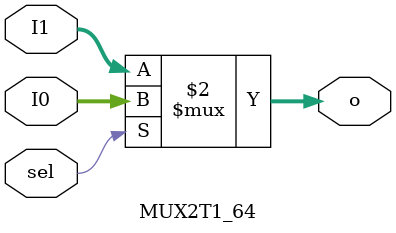
<source format=v>
`timescale 1ns / 1ps
module 	MUX2T1_64(input[63:0]I0,
				  input[63:0]I1,
				  input sel,
				  output[63:0]o
						 );

	assign o = (sel == 1) ? I0 : I1;		//64Î»2Ñ¡Ò»,I0¡¢I1¶ÔÓ¦Ñ¡ÔñÍ¨µÀ0¡¢1

endmodule

</source>
